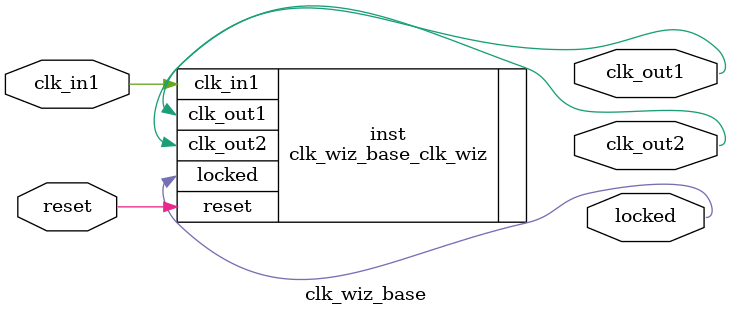
<source format=v>


`timescale 1ps/1ps

(* CORE_GENERATION_INFO = "clk_wiz_base,clk_wiz_v6_0_3_0_0,{component_name=clk_wiz_base,use_phase_alignment=true,use_min_o_jitter=false,use_max_i_jitter=false,use_dyn_phase_shift=false,use_inclk_switchover=false,use_dyn_reconfig=false,enable_axi=0,feedback_source=FDBK_AUTO,PRIMITIVE=MMCM,num_out_clk=2,clkin1_period=10.000,clkin2_period=10.000,use_power_down=false,use_reset=true,use_locked=true,use_inclk_stopped=false,feedback_type=SINGLE,CLOCK_MGR_TYPE=NA,manual_override=false}" *)

module clk_wiz_base 
 (
  // Clock out ports
  output        clk_out1,
  output        clk_out2,
  // Status and control signals
  input         reset,
  output        locked,
 // Clock in ports
  input         clk_in1
 );

  clk_wiz_base_clk_wiz inst
  (
  // Clock out ports  
  .clk_out1(clk_out1),
  .clk_out2(clk_out2),
  // Status and control signals               
  .reset(reset), 
  .locked(locked),
 // Clock in ports
  .clk_in1(clk_in1)
  );

endmodule

</source>
